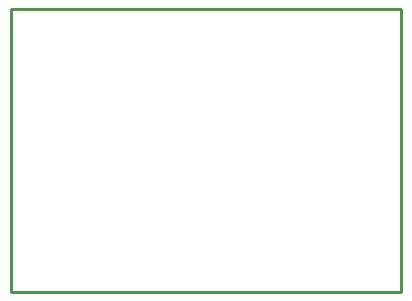
<source format=gm1>
G04 Layer_Color=16711935*
%FSLAX44Y44*%
%MOMM*%
G71*
G01*
G75*
%ADD24C,0.2540*%
D24*
X773000Y496000D02*
Y736000D01*
Y496000D02*
X1103000D01*
Y736000D01*
X773000D02*
X1103000D01*
M02*

</source>
